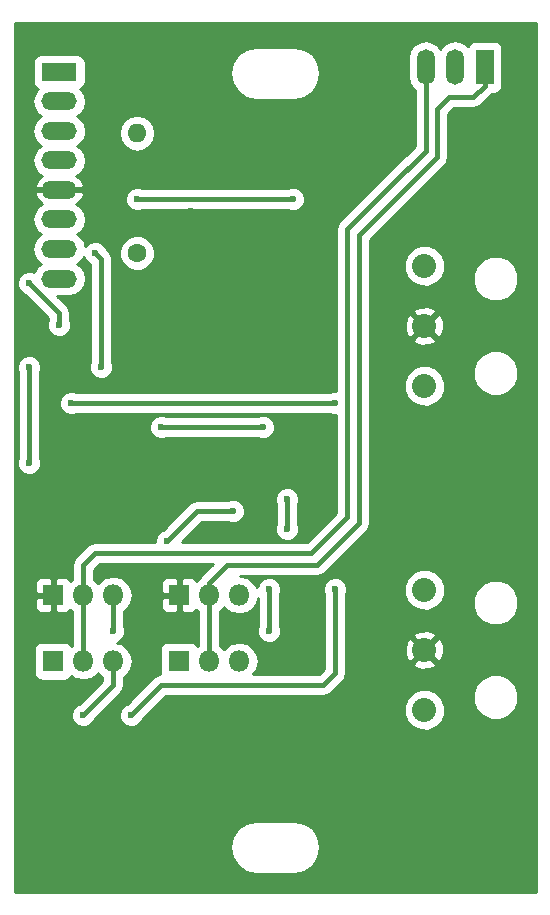
<source format=gbr>
G04 #@! TF.FileFunction,Copper,L2,Bot,Signal*
%FSLAX46Y46*%
G04 Gerber Fmt 4.6, Leading zero omitted, Abs format (unit mm)*
G04 Created by KiCad (PCBNEW 4.0.7) date 07/24/18 05:59:49*
%MOMM*%
%LPD*%
G01*
G04 APERTURE LIST*
%ADD10C,0.100000*%
%ADD11R,3.000000X1.500000*%
%ADD12O,3.000000X1.500000*%
%ADD13R,1.500000X3.000000*%
%ADD14O,1.500000X3.000000*%
%ADD15R,1.800000X1.800000*%
%ADD16O,1.800000X1.800000*%
%ADD17C,1.600000*%
%ADD18O,1.600000X1.600000*%
%ADD19C,2.032000*%
%ADD20C,0.600000*%
%ADD21C,0.400000*%
%ADD22C,0.254000*%
G04 APERTURE END LIST*
D10*
D11*
X126492000Y-61862000D03*
D12*
X126492000Y-64362000D03*
X126492000Y-66862000D03*
X126492000Y-69362000D03*
X126492000Y-71862000D03*
X126492000Y-74362000D03*
X126492000Y-76862000D03*
X126492000Y-79362000D03*
D13*
X162520000Y-61468000D03*
D14*
X160020000Y-61468000D03*
X157520000Y-61468000D03*
D15*
X125984000Y-106172000D03*
D16*
X128524000Y-106172000D03*
X131064000Y-106172000D03*
D15*
X125984000Y-111760000D03*
D16*
X128524000Y-111760000D03*
X131064000Y-111760000D03*
D15*
X136652000Y-111760000D03*
D16*
X139192000Y-111760000D03*
X141732000Y-111760000D03*
D15*
X136652000Y-106172000D03*
D16*
X139192000Y-106172000D03*
X141732000Y-106172000D03*
D17*
X133096000Y-77216000D03*
D18*
X133096000Y-67056000D03*
D19*
X157416500Y-105727500D03*
X157416500Y-115887500D03*
X157416500Y-110807500D03*
X157416500Y-78295500D03*
X157416500Y-88455500D03*
X157416500Y-83375500D03*
D20*
X123952000Y-94996000D03*
X123952000Y-86868000D03*
X137668000Y-73660000D03*
X137668000Y-79248000D03*
X135128000Y-91948000D03*
X143764000Y-91948000D03*
X130048000Y-86868000D03*
X129540000Y-77216000D03*
X149860000Y-89916000D03*
X127508000Y-89916000D03*
X126492000Y-83312000D03*
X123952000Y-79756000D03*
X141224000Y-99060000D03*
X135636000Y-101600000D03*
X144272000Y-109220000D03*
X144272000Y-105664000D03*
X145796000Y-100584000D03*
X145796000Y-98044000D03*
X146304000Y-72644000D03*
X133096000Y-72644000D03*
X131064000Y-109220000D03*
X149860000Y-105664000D03*
X132588000Y-116332000D03*
X128524000Y-116332000D03*
D21*
X123952000Y-86868000D02*
X123952000Y-94996000D01*
X137668000Y-79248000D02*
X137668000Y-73660000D01*
X135128000Y-91948000D02*
X143764000Y-91948000D01*
X130048000Y-77724000D02*
X130048000Y-86868000D01*
X129540000Y-77216000D02*
X130048000Y-77724000D01*
X127508000Y-89916000D02*
X149860000Y-89916000D01*
X126492000Y-82296000D02*
X126492000Y-83312000D01*
X123952000Y-79756000D02*
X126492000Y-82296000D01*
X138176000Y-99060000D02*
X141224000Y-99060000D01*
X135636000Y-101600000D02*
X138176000Y-99060000D01*
X144272000Y-105664000D02*
X144272000Y-109220000D01*
X145796000Y-98044000D02*
X145796000Y-100584000D01*
X133096000Y-72644000D02*
X146304000Y-72644000D01*
X158496000Y-69088000D02*
X158496000Y-65024000D01*
X162520000Y-63032000D02*
X162520000Y-61468000D01*
X161544000Y-64008000D02*
X162520000Y-63032000D01*
X159512000Y-64008000D02*
X161544000Y-64008000D01*
X158496000Y-65024000D02*
X159512000Y-64008000D01*
X147828000Y-103632000D02*
X148336000Y-103632000D01*
X151892000Y-100076000D02*
X151892000Y-99568000D01*
X148336000Y-103632000D02*
X151892000Y-100076000D01*
X151892000Y-75692000D02*
X155448000Y-72136000D01*
X151892000Y-99568000D02*
X151892000Y-75692000D01*
X139192000Y-106172000D02*
X139192000Y-105156000D01*
X155448000Y-72136000D02*
X158496000Y-69088000D01*
X140716000Y-103632000D02*
X147828000Y-103632000D01*
X139192000Y-105156000D02*
X140716000Y-103632000D01*
X139192000Y-111760000D02*
X139192000Y-106172000D01*
X147828000Y-102616000D02*
X150876000Y-99568000D01*
X150876000Y-75184000D02*
X154432000Y-71628000D01*
X150876000Y-99568000D02*
X150876000Y-75184000D01*
X128524000Y-106172000D02*
X128524000Y-103632000D01*
X157520000Y-68540000D02*
X157520000Y-61468000D01*
X154432000Y-71628000D02*
X157520000Y-68540000D01*
X129540000Y-102616000D02*
X147828000Y-102616000D01*
X128524000Y-103632000D02*
X129540000Y-102616000D01*
X128524000Y-111760000D02*
X128524000Y-106172000D01*
X131064000Y-109220000D02*
X131064000Y-106172000D01*
X146812000Y-113792000D02*
X148844000Y-113792000D01*
X149860000Y-112776000D02*
X149860000Y-105664000D01*
X148844000Y-113792000D02*
X149860000Y-112776000D01*
X145288000Y-113792000D02*
X146812000Y-113792000D01*
X143256000Y-113792000D02*
X145288000Y-113792000D01*
X135128000Y-113792000D02*
X132588000Y-116332000D01*
X143256000Y-113792000D02*
X135128000Y-113792000D01*
X131064000Y-111760000D02*
X131064000Y-113792000D01*
X131064000Y-113792000D02*
X128524000Y-116332000D01*
D22*
G36*
X166838000Y-131278000D02*
X122722000Y-131278000D01*
X122722000Y-127508000D01*
X140944808Y-127508000D01*
X141116155Y-128369420D01*
X141604111Y-129099697D01*
X142334388Y-129587653D01*
X143195808Y-129759000D01*
X146364192Y-129759000D01*
X147225612Y-129587653D01*
X147955889Y-129099697D01*
X148443845Y-128369420D01*
X148615192Y-127508000D01*
X148443845Y-126646580D01*
X147955889Y-125916303D01*
X147225612Y-125428347D01*
X146364192Y-125257000D01*
X143195808Y-125257000D01*
X142334388Y-125428347D01*
X141604111Y-125916303D01*
X141116155Y-126646580D01*
X140944808Y-127508000D01*
X122722000Y-127508000D01*
X122722000Y-110860000D01*
X124342758Y-110860000D01*
X124342758Y-112660000D01*
X124393451Y-112929410D01*
X124552672Y-113176846D01*
X124795615Y-113342843D01*
X125084000Y-113401242D01*
X126884000Y-113401242D01*
X127153410Y-113350549D01*
X127400846Y-113191328D01*
X127514050Y-113025649D01*
X127869499Y-113263152D01*
X128492125Y-113387000D01*
X128555875Y-113387000D01*
X129178501Y-113263152D01*
X129706338Y-112910463D01*
X129794000Y-112779267D01*
X129881662Y-112910463D01*
X130137000Y-113081074D01*
X130137000Y-113408024D01*
X128183582Y-115361442D01*
X127943011Y-115460844D01*
X127653860Y-115749492D01*
X127497179Y-116126821D01*
X127496822Y-116535387D01*
X127652844Y-116912989D01*
X127941492Y-117202140D01*
X128318821Y-117358821D01*
X128727387Y-117359178D01*
X129104989Y-117203156D01*
X129394140Y-116914508D01*
X129494741Y-116672235D01*
X131719488Y-114447488D01*
X131745208Y-114408995D01*
X131920436Y-114146748D01*
X131991000Y-113792000D01*
X131991000Y-113081074D01*
X132246338Y-112910463D01*
X132599027Y-112382626D01*
X132722875Y-111760000D01*
X132599027Y-111137374D01*
X132246338Y-110609537D01*
X131718501Y-110256848D01*
X131398185Y-110193133D01*
X131644989Y-110091156D01*
X131934140Y-109802508D01*
X132090821Y-109425179D01*
X132091178Y-109016613D01*
X131991000Y-108774164D01*
X131991000Y-107493074D01*
X132246338Y-107322463D01*
X132599027Y-106794626D01*
X132666035Y-106457750D01*
X135117000Y-106457750D01*
X135117000Y-107198310D01*
X135213673Y-107431699D01*
X135392302Y-107610327D01*
X135625691Y-107707000D01*
X136366250Y-107707000D01*
X136525000Y-107548250D01*
X136525000Y-106299000D01*
X135275750Y-106299000D01*
X135117000Y-106457750D01*
X132666035Y-106457750D01*
X132722875Y-106172000D01*
X132599027Y-105549374D01*
X132329295Y-105145690D01*
X135117000Y-105145690D01*
X135117000Y-105886250D01*
X135275750Y-106045000D01*
X136525000Y-106045000D01*
X136525000Y-104795750D01*
X136366250Y-104637000D01*
X135625691Y-104637000D01*
X135392302Y-104733673D01*
X135213673Y-104912301D01*
X135117000Y-105145690D01*
X132329295Y-105145690D01*
X132246338Y-105021537D01*
X131718501Y-104668848D01*
X131095875Y-104545000D01*
X131032125Y-104545000D01*
X130409499Y-104668848D01*
X129881662Y-105021537D01*
X129794000Y-105152733D01*
X129706338Y-105021537D01*
X129451000Y-104850926D01*
X129451000Y-104015976D01*
X129923976Y-103543000D01*
X139494024Y-103543000D01*
X138536512Y-104500512D01*
X138335564Y-104801252D01*
X138334985Y-104804163D01*
X138108280Y-104955643D01*
X138090327Y-104912301D01*
X137911698Y-104733673D01*
X137678309Y-104637000D01*
X136937750Y-104637000D01*
X136779000Y-104795750D01*
X136779000Y-106045000D01*
X136799000Y-106045000D01*
X136799000Y-106299000D01*
X136779000Y-106299000D01*
X136779000Y-107548250D01*
X136937750Y-107707000D01*
X137678309Y-107707000D01*
X137911698Y-107610327D01*
X138090327Y-107431699D01*
X138108280Y-107388357D01*
X138265000Y-107493074D01*
X138265000Y-110438926D01*
X138181051Y-110495019D01*
X138083328Y-110343154D01*
X137840385Y-110177157D01*
X137552000Y-110118758D01*
X135752000Y-110118758D01*
X135482590Y-110169451D01*
X135235154Y-110328672D01*
X135069157Y-110571615D01*
X135010758Y-110860000D01*
X135010758Y-112660000D01*
X135052170Y-112880084D01*
X134773252Y-112935564D01*
X134481140Y-113130747D01*
X134472512Y-113136512D01*
X132247582Y-115361442D01*
X132007011Y-115460844D01*
X131717860Y-115749492D01*
X131561179Y-116126821D01*
X131560822Y-116535387D01*
X131716844Y-116912989D01*
X132005492Y-117202140D01*
X132382821Y-117358821D01*
X132791387Y-117359178D01*
X133168989Y-117203156D01*
X133458140Y-116914508D01*
X133558741Y-116672235D01*
X133998293Y-116232683D01*
X155673198Y-116232683D01*
X155937995Y-116873540D01*
X156427881Y-117364282D01*
X157068275Y-117630196D01*
X157761683Y-117630802D01*
X158402540Y-117366005D01*
X158893282Y-116876119D01*
X159159196Y-116235725D01*
X159159802Y-115542317D01*
X159014072Y-115189622D01*
X161521666Y-115189622D01*
X161814416Y-115898132D01*
X162356017Y-116440678D01*
X163064014Y-116734665D01*
X163830622Y-116735334D01*
X164539132Y-116442584D01*
X165081678Y-115900983D01*
X165375665Y-115192986D01*
X165376334Y-114426378D01*
X165083584Y-113717868D01*
X164541983Y-113175322D01*
X163833986Y-112881335D01*
X163067378Y-112880666D01*
X162358868Y-113173416D01*
X161816322Y-113715017D01*
X161522335Y-114423014D01*
X161521666Y-115189622D01*
X159014072Y-115189622D01*
X158895005Y-114901460D01*
X158405119Y-114410718D01*
X157764725Y-114144804D01*
X157071317Y-114144198D01*
X156430460Y-114408995D01*
X155939718Y-114898881D01*
X155673804Y-115539275D01*
X155673198Y-116232683D01*
X133998293Y-116232683D01*
X135511976Y-114719000D01*
X148844000Y-114719000D01*
X149198748Y-114648436D01*
X149499488Y-114447488D01*
X150515488Y-113431488D01*
X150569570Y-113350549D01*
X150716436Y-113130748D01*
X150787000Y-112776000D01*
X150787000Y-111971607D01*
X156431998Y-111971607D01*
X156532620Y-112240122D01*
X157148142Y-112469316D01*
X157804519Y-112445514D01*
X158300380Y-112240122D01*
X158401002Y-111971607D01*
X157416500Y-110987105D01*
X156431998Y-111971607D01*
X150787000Y-111971607D01*
X150787000Y-110539142D01*
X155754684Y-110539142D01*
X155778486Y-111195519D01*
X155983878Y-111691380D01*
X156252393Y-111792002D01*
X157236895Y-110807500D01*
X157596105Y-110807500D01*
X158580607Y-111792002D01*
X158849122Y-111691380D01*
X159078316Y-111075858D01*
X159054514Y-110419481D01*
X158849122Y-109923620D01*
X158580607Y-109822998D01*
X157596105Y-110807500D01*
X157236895Y-110807500D01*
X156252393Y-109822998D01*
X155983878Y-109923620D01*
X155754684Y-110539142D01*
X150787000Y-110539142D01*
X150787000Y-109643393D01*
X156431998Y-109643393D01*
X157416500Y-110627895D01*
X158401002Y-109643393D01*
X158300380Y-109374878D01*
X157684858Y-109145684D01*
X157028481Y-109169486D01*
X156532620Y-109374878D01*
X156431998Y-109643393D01*
X150787000Y-109643393D01*
X150787000Y-106109574D01*
X150802318Y-106072683D01*
X155673198Y-106072683D01*
X155937995Y-106713540D01*
X156427881Y-107204282D01*
X157068275Y-107470196D01*
X157761683Y-107470802D01*
X158402540Y-107206005D01*
X158419953Y-107188622D01*
X161521666Y-107188622D01*
X161814416Y-107897132D01*
X162356017Y-108439678D01*
X163064014Y-108733665D01*
X163830622Y-108734334D01*
X164539132Y-108441584D01*
X165081678Y-107899983D01*
X165375665Y-107191986D01*
X165376334Y-106425378D01*
X165083584Y-105716868D01*
X164541983Y-105174322D01*
X163833986Y-104880335D01*
X163067378Y-104879666D01*
X162358868Y-105172416D01*
X161816322Y-105714017D01*
X161522335Y-106422014D01*
X161521666Y-107188622D01*
X158419953Y-107188622D01*
X158893282Y-106716119D01*
X159159196Y-106075725D01*
X159159802Y-105382317D01*
X158895005Y-104741460D01*
X158405119Y-104250718D01*
X157764725Y-103984804D01*
X157071317Y-103984198D01*
X156430460Y-104248995D01*
X155939718Y-104738881D01*
X155673804Y-105379275D01*
X155673198Y-106072683D01*
X150802318Y-106072683D01*
X150886821Y-105869179D01*
X150887178Y-105460613D01*
X150731156Y-105083011D01*
X150442508Y-104793860D01*
X150065179Y-104637179D01*
X149656613Y-104636822D01*
X149279011Y-104792844D01*
X148989860Y-105081492D01*
X148833179Y-105458821D01*
X148832822Y-105867387D01*
X148933000Y-106109836D01*
X148933000Y-112392024D01*
X148460024Y-112865000D01*
X142944715Y-112865000D01*
X143267027Y-112382626D01*
X143390875Y-111760000D01*
X143267027Y-111137374D01*
X142914338Y-110609537D01*
X142386501Y-110256848D01*
X141763875Y-110133000D01*
X141700125Y-110133000D01*
X141077499Y-110256848D01*
X140549662Y-110609537D01*
X140462000Y-110740733D01*
X140374338Y-110609537D01*
X140119000Y-110438926D01*
X140119000Y-107493074D01*
X140374338Y-107322463D01*
X140462000Y-107191267D01*
X140549662Y-107322463D01*
X141077499Y-107675152D01*
X141700125Y-107799000D01*
X141763875Y-107799000D01*
X142386501Y-107675152D01*
X142914338Y-107322463D01*
X143267027Y-106794626D01*
X143345000Y-106402629D01*
X143345000Y-108774426D01*
X143245179Y-109014821D01*
X143244822Y-109423387D01*
X143400844Y-109800989D01*
X143689492Y-110090140D01*
X144066821Y-110246821D01*
X144475387Y-110247178D01*
X144852989Y-110091156D01*
X145142140Y-109802508D01*
X145298821Y-109425179D01*
X145299178Y-109016613D01*
X145199000Y-108774164D01*
X145199000Y-106109574D01*
X145298821Y-105869179D01*
X145299178Y-105460613D01*
X145143156Y-105083011D01*
X144854508Y-104793860D01*
X144477179Y-104637179D01*
X144068613Y-104636822D01*
X143691011Y-104792844D01*
X143401860Y-105081492D01*
X143245179Y-105458821D01*
X143245129Y-105516601D01*
X142914338Y-105021537D01*
X142386501Y-104668848D01*
X141834258Y-104559000D01*
X148336000Y-104559000D01*
X148690748Y-104488436D01*
X148991488Y-104287488D01*
X152547488Y-100731488D01*
X152646036Y-100584000D01*
X152748436Y-100430748D01*
X152819000Y-100076000D01*
X152819000Y-88800683D01*
X155673198Y-88800683D01*
X155937995Y-89441540D01*
X156427881Y-89932282D01*
X157068275Y-90198196D01*
X157761683Y-90198802D01*
X158402540Y-89934005D01*
X158893282Y-89444119D01*
X159159196Y-88803725D01*
X159159802Y-88110317D01*
X159014072Y-87757622D01*
X161521666Y-87757622D01*
X161814416Y-88466132D01*
X162356017Y-89008678D01*
X163064014Y-89302665D01*
X163830622Y-89303334D01*
X164539132Y-89010584D01*
X165081678Y-88468983D01*
X165375665Y-87760986D01*
X165376334Y-86994378D01*
X165083584Y-86285868D01*
X164541983Y-85743322D01*
X163833986Y-85449335D01*
X163067378Y-85448666D01*
X162358868Y-85741416D01*
X161816322Y-86283017D01*
X161522335Y-86991014D01*
X161521666Y-87757622D01*
X159014072Y-87757622D01*
X158895005Y-87469460D01*
X158405119Y-86978718D01*
X157764725Y-86712804D01*
X157071317Y-86712198D01*
X156430460Y-86976995D01*
X155939718Y-87466881D01*
X155673804Y-88107275D01*
X155673198Y-88800683D01*
X152819000Y-88800683D01*
X152819000Y-84539607D01*
X156431998Y-84539607D01*
X156532620Y-84808122D01*
X157148142Y-85037316D01*
X157804519Y-85013514D01*
X158300380Y-84808122D01*
X158401002Y-84539607D01*
X157416500Y-83555105D01*
X156431998Y-84539607D01*
X152819000Y-84539607D01*
X152819000Y-83107142D01*
X155754684Y-83107142D01*
X155778486Y-83763519D01*
X155983878Y-84259380D01*
X156252393Y-84360002D01*
X157236895Y-83375500D01*
X157596105Y-83375500D01*
X158580607Y-84360002D01*
X158849122Y-84259380D01*
X159078316Y-83643858D01*
X159054514Y-82987481D01*
X158849122Y-82491620D01*
X158580607Y-82390998D01*
X157596105Y-83375500D01*
X157236895Y-83375500D01*
X156252393Y-82390998D01*
X155983878Y-82491620D01*
X155754684Y-83107142D01*
X152819000Y-83107142D01*
X152819000Y-82211393D01*
X156431998Y-82211393D01*
X157416500Y-83195895D01*
X158401002Y-82211393D01*
X158300380Y-81942878D01*
X157684858Y-81713684D01*
X157028481Y-81737486D01*
X156532620Y-81942878D01*
X156431998Y-82211393D01*
X152819000Y-82211393D01*
X152819000Y-78640683D01*
X155673198Y-78640683D01*
X155937995Y-79281540D01*
X156427881Y-79772282D01*
X157068275Y-80038196D01*
X157761683Y-80038802D01*
X158402540Y-79774005D01*
X158419953Y-79756622D01*
X161521666Y-79756622D01*
X161814416Y-80465132D01*
X162356017Y-81007678D01*
X163064014Y-81301665D01*
X163830622Y-81302334D01*
X164539132Y-81009584D01*
X165081678Y-80467983D01*
X165375665Y-79759986D01*
X165376334Y-78993378D01*
X165083584Y-78284868D01*
X164541983Y-77742322D01*
X163833986Y-77448335D01*
X163067378Y-77447666D01*
X162358868Y-77740416D01*
X161816322Y-78282017D01*
X161522335Y-78990014D01*
X161521666Y-79756622D01*
X158419953Y-79756622D01*
X158893282Y-79284119D01*
X159159196Y-78643725D01*
X159159802Y-77950317D01*
X158895005Y-77309460D01*
X158405119Y-76818718D01*
X157764725Y-76552804D01*
X157071317Y-76552198D01*
X156430460Y-76816995D01*
X155939718Y-77306881D01*
X155673804Y-77947275D01*
X155673198Y-78640683D01*
X152819000Y-78640683D01*
X152819000Y-76075976D01*
X159151488Y-69743488D01*
X159336231Y-69467000D01*
X159352436Y-69442748D01*
X159423000Y-69088000D01*
X159423000Y-65407976D01*
X159895976Y-64935000D01*
X161544000Y-64935000D01*
X161898748Y-64864436D01*
X162199488Y-64663488D01*
X163153734Y-63709242D01*
X163270000Y-63709242D01*
X163539410Y-63658549D01*
X163786846Y-63499328D01*
X163952843Y-63256385D01*
X164011242Y-62968000D01*
X164011242Y-59968000D01*
X163960549Y-59698590D01*
X163801328Y-59451154D01*
X163558385Y-59285157D01*
X163270000Y-59226758D01*
X161770000Y-59226758D01*
X161500590Y-59277451D01*
X161253154Y-59436672D01*
X161092420Y-59671912D01*
X161064397Y-59629973D01*
X160585223Y-59309800D01*
X160020000Y-59197370D01*
X159454777Y-59309800D01*
X158975603Y-59629973D01*
X158770000Y-59937680D01*
X158564397Y-59629973D01*
X158085223Y-59309800D01*
X157520000Y-59197370D01*
X156954777Y-59309800D01*
X156475603Y-59629973D01*
X156155430Y-60109147D01*
X156043000Y-60674370D01*
X156043000Y-62261630D01*
X156155430Y-62826853D01*
X156475603Y-63306027D01*
X156593000Y-63384469D01*
X156593000Y-68156024D01*
X150220512Y-74528512D01*
X150019564Y-74829252D01*
X149949000Y-75184000D01*
X149949000Y-88889077D01*
X149656613Y-88888822D01*
X149414164Y-88989000D01*
X127953574Y-88989000D01*
X127713179Y-88889179D01*
X127304613Y-88888822D01*
X126927011Y-89044844D01*
X126637860Y-89333492D01*
X126481179Y-89710821D01*
X126480822Y-90119387D01*
X126636844Y-90496989D01*
X126925492Y-90786140D01*
X127302821Y-90942821D01*
X127711387Y-90943178D01*
X127953836Y-90843000D01*
X149414426Y-90843000D01*
X149654821Y-90942821D01*
X149949000Y-90943078D01*
X149949000Y-99184024D01*
X147444024Y-101689000D01*
X136857976Y-101689000D01*
X138559976Y-99987000D01*
X140778426Y-99987000D01*
X141018821Y-100086821D01*
X141427387Y-100087178D01*
X141804989Y-99931156D01*
X142094140Y-99642508D01*
X142250821Y-99265179D01*
X142251178Y-98856613D01*
X142095156Y-98479011D01*
X141863935Y-98247387D01*
X144768822Y-98247387D01*
X144869000Y-98489836D01*
X144869000Y-100138426D01*
X144769179Y-100378821D01*
X144768822Y-100787387D01*
X144924844Y-101164989D01*
X145213492Y-101454140D01*
X145590821Y-101610821D01*
X145999387Y-101611178D01*
X146376989Y-101455156D01*
X146666140Y-101166508D01*
X146822821Y-100789179D01*
X146823178Y-100380613D01*
X146723000Y-100138164D01*
X146723000Y-98489574D01*
X146822821Y-98249179D01*
X146823178Y-97840613D01*
X146667156Y-97463011D01*
X146378508Y-97173860D01*
X146001179Y-97017179D01*
X145592613Y-97016822D01*
X145215011Y-97172844D01*
X144925860Y-97461492D01*
X144769179Y-97838821D01*
X144768822Y-98247387D01*
X141863935Y-98247387D01*
X141806508Y-98189860D01*
X141429179Y-98033179D01*
X141020613Y-98032822D01*
X140778164Y-98133000D01*
X138176000Y-98133000D01*
X137821252Y-98203564D01*
X137520512Y-98404512D01*
X135295582Y-100629442D01*
X135055011Y-100728844D01*
X134765860Y-101017492D01*
X134609179Y-101394821D01*
X134608922Y-101689000D01*
X129540000Y-101689000D01*
X129185252Y-101759564D01*
X128893140Y-101954747D01*
X128884512Y-101960512D01*
X127868512Y-102976512D01*
X127667564Y-103277252D01*
X127597000Y-103632000D01*
X127597000Y-104850926D01*
X127440280Y-104955643D01*
X127422327Y-104912301D01*
X127243698Y-104733673D01*
X127010309Y-104637000D01*
X126269750Y-104637000D01*
X126111000Y-104795750D01*
X126111000Y-106045000D01*
X126131000Y-106045000D01*
X126131000Y-106299000D01*
X126111000Y-106299000D01*
X126111000Y-107548250D01*
X126269750Y-107707000D01*
X127010309Y-107707000D01*
X127243698Y-107610327D01*
X127422327Y-107431699D01*
X127440280Y-107388357D01*
X127597000Y-107493074D01*
X127597000Y-110438926D01*
X127513051Y-110495019D01*
X127415328Y-110343154D01*
X127172385Y-110177157D01*
X126884000Y-110118758D01*
X125084000Y-110118758D01*
X124814590Y-110169451D01*
X124567154Y-110328672D01*
X124401157Y-110571615D01*
X124342758Y-110860000D01*
X122722000Y-110860000D01*
X122722000Y-106457750D01*
X124449000Y-106457750D01*
X124449000Y-107198310D01*
X124545673Y-107431699D01*
X124724302Y-107610327D01*
X124957691Y-107707000D01*
X125698250Y-107707000D01*
X125857000Y-107548250D01*
X125857000Y-106299000D01*
X124607750Y-106299000D01*
X124449000Y-106457750D01*
X122722000Y-106457750D01*
X122722000Y-105145690D01*
X124449000Y-105145690D01*
X124449000Y-105886250D01*
X124607750Y-106045000D01*
X125857000Y-106045000D01*
X125857000Y-104795750D01*
X125698250Y-104637000D01*
X124957691Y-104637000D01*
X124724302Y-104733673D01*
X124545673Y-104912301D01*
X124449000Y-105145690D01*
X122722000Y-105145690D01*
X122722000Y-87071387D01*
X122924822Y-87071387D01*
X123025000Y-87313836D01*
X123025000Y-94550426D01*
X122925179Y-94790821D01*
X122924822Y-95199387D01*
X123080844Y-95576989D01*
X123369492Y-95866140D01*
X123746821Y-96022821D01*
X124155387Y-96023178D01*
X124532989Y-95867156D01*
X124822140Y-95578508D01*
X124978821Y-95201179D01*
X124979178Y-94792613D01*
X124879000Y-94550164D01*
X124879000Y-92151387D01*
X134100822Y-92151387D01*
X134256844Y-92528989D01*
X134545492Y-92818140D01*
X134922821Y-92974821D01*
X135331387Y-92975178D01*
X135573836Y-92875000D01*
X143318426Y-92875000D01*
X143558821Y-92974821D01*
X143967387Y-92975178D01*
X144344989Y-92819156D01*
X144634140Y-92530508D01*
X144790821Y-92153179D01*
X144791178Y-91744613D01*
X144635156Y-91367011D01*
X144346508Y-91077860D01*
X143969179Y-90921179D01*
X143560613Y-90920822D01*
X143318164Y-91021000D01*
X135573574Y-91021000D01*
X135333179Y-90921179D01*
X134924613Y-90920822D01*
X134547011Y-91076844D01*
X134257860Y-91365492D01*
X134101179Y-91742821D01*
X134100822Y-92151387D01*
X124879000Y-92151387D01*
X124879000Y-87313574D01*
X124978821Y-87073179D01*
X124979178Y-86664613D01*
X124823156Y-86287011D01*
X124534508Y-85997860D01*
X124157179Y-85841179D01*
X123748613Y-85840822D01*
X123371011Y-85996844D01*
X123081860Y-86285492D01*
X122925179Y-86662821D01*
X122924822Y-87071387D01*
X122722000Y-87071387D01*
X122722000Y-79959387D01*
X122924822Y-79959387D01*
X123080844Y-80336989D01*
X123369492Y-80626140D01*
X123611765Y-80726741D01*
X125565000Y-82679976D01*
X125565000Y-82866426D01*
X125465179Y-83106821D01*
X125464822Y-83515387D01*
X125620844Y-83892989D01*
X125909492Y-84182140D01*
X126286821Y-84338821D01*
X126695387Y-84339178D01*
X127072989Y-84183156D01*
X127362140Y-83894508D01*
X127518821Y-83517179D01*
X127519178Y-83108613D01*
X127419000Y-82866164D01*
X127419000Y-82296000D01*
X127348436Y-81941252D01*
X127147488Y-81640512D01*
X126345976Y-80839000D01*
X127285630Y-80839000D01*
X127850853Y-80726570D01*
X128330027Y-80406397D01*
X128650200Y-79927223D01*
X128762630Y-79362000D01*
X128650200Y-78796777D01*
X128330027Y-78317603D01*
X128022320Y-78112000D01*
X128330027Y-77906397D01*
X128567315Y-77551270D01*
X128668844Y-77796989D01*
X128957492Y-78086140D01*
X129121000Y-78154035D01*
X129121000Y-86422426D01*
X129021179Y-86662821D01*
X129020822Y-87071387D01*
X129176844Y-87448989D01*
X129465492Y-87738140D01*
X129842821Y-87894821D01*
X130251387Y-87895178D01*
X130628989Y-87739156D01*
X130918140Y-87450508D01*
X131074821Y-87073179D01*
X131075178Y-86664613D01*
X130975000Y-86422164D01*
X130975000Y-77724000D01*
X130934105Y-77518407D01*
X131568735Y-77518407D01*
X131800717Y-78079846D01*
X132229894Y-78509773D01*
X132790928Y-78742735D01*
X133398407Y-78743265D01*
X133959846Y-78511283D01*
X134389773Y-78082106D01*
X134622735Y-77521072D01*
X134623265Y-76913593D01*
X134391283Y-76352154D01*
X133962106Y-75922227D01*
X133401072Y-75689265D01*
X132793593Y-75688735D01*
X132232154Y-75920717D01*
X131802227Y-76349894D01*
X131569265Y-76910928D01*
X131568735Y-77518407D01*
X130934105Y-77518407D01*
X130904436Y-77369252D01*
X130703488Y-77068512D01*
X130510558Y-76875582D01*
X130411156Y-76635011D01*
X130122508Y-76345860D01*
X129745179Y-76189179D01*
X129336613Y-76188822D01*
X128959011Y-76344844D01*
X128709338Y-76594083D01*
X128650200Y-76296777D01*
X128330027Y-75817603D01*
X128022320Y-75612000D01*
X128330027Y-75406397D01*
X128650200Y-74927223D01*
X128762630Y-74362000D01*
X128650200Y-73796777D01*
X128330027Y-73317603D01*
X127936600Y-73054724D01*
X128192738Y-72847387D01*
X132068822Y-72847387D01*
X132224844Y-73224989D01*
X132513492Y-73514140D01*
X132890821Y-73670821D01*
X133299387Y-73671178D01*
X133541836Y-73571000D01*
X145858426Y-73571000D01*
X146098821Y-73670821D01*
X146507387Y-73671178D01*
X146884989Y-73515156D01*
X147174140Y-73226508D01*
X147330821Y-72849179D01*
X147331178Y-72440613D01*
X147175156Y-72063011D01*
X146886508Y-71773860D01*
X146509179Y-71617179D01*
X146100613Y-71616822D01*
X145858164Y-71717000D01*
X133541574Y-71717000D01*
X133301179Y-71617179D01*
X132892613Y-71616822D01*
X132515011Y-71772844D01*
X132225860Y-72061492D01*
X132069179Y-72438821D01*
X132068822Y-72847387D01*
X128192738Y-72847387D01*
X128311145Y-72751540D01*
X128570173Y-72274684D01*
X128584318Y-72203185D01*
X128461656Y-71989000D01*
X126619000Y-71989000D01*
X126619000Y-72009000D01*
X126365000Y-72009000D01*
X126365000Y-71989000D01*
X124522344Y-71989000D01*
X124399682Y-72203185D01*
X124413827Y-72274684D01*
X124672855Y-72751540D01*
X125047400Y-73054724D01*
X124653973Y-73317603D01*
X124333800Y-73796777D01*
X124221370Y-74362000D01*
X124333800Y-74927223D01*
X124653973Y-75406397D01*
X124961680Y-75612000D01*
X124653973Y-75817603D01*
X124333800Y-76296777D01*
X124221370Y-76862000D01*
X124333800Y-77427223D01*
X124653973Y-77906397D01*
X124961680Y-78112000D01*
X124653973Y-78317603D01*
X124333800Y-78796777D01*
X124332745Y-78802081D01*
X124157179Y-78729179D01*
X123748613Y-78728822D01*
X123371011Y-78884844D01*
X123081860Y-79173492D01*
X122925179Y-79550821D01*
X122924822Y-79959387D01*
X122722000Y-79959387D01*
X122722000Y-64362000D01*
X124221370Y-64362000D01*
X124333800Y-64927223D01*
X124653973Y-65406397D01*
X124961680Y-65612000D01*
X124653973Y-65817603D01*
X124333800Y-66296777D01*
X124221370Y-66862000D01*
X124333800Y-67427223D01*
X124653973Y-67906397D01*
X124961680Y-68112000D01*
X124653973Y-68317603D01*
X124333800Y-68796777D01*
X124221370Y-69362000D01*
X124333800Y-69927223D01*
X124653973Y-70406397D01*
X125047400Y-70669276D01*
X124672855Y-70972460D01*
X124413827Y-71449316D01*
X124399682Y-71520815D01*
X124522344Y-71735000D01*
X126365000Y-71735000D01*
X126365000Y-71715000D01*
X126619000Y-71715000D01*
X126619000Y-71735000D01*
X128461656Y-71735000D01*
X128584318Y-71520815D01*
X128570173Y-71449316D01*
X128311145Y-70972460D01*
X127936600Y-70669276D01*
X128330027Y-70406397D01*
X128650200Y-69927223D01*
X128762630Y-69362000D01*
X128650200Y-68796777D01*
X128330027Y-68317603D01*
X128022320Y-68112000D01*
X128330027Y-67906397D01*
X128650200Y-67427223D01*
X128729991Y-67026084D01*
X131569000Y-67026084D01*
X131569000Y-67085916D01*
X131685236Y-67670274D01*
X132016248Y-68165668D01*
X132511642Y-68496680D01*
X133096000Y-68612916D01*
X133680358Y-68496680D01*
X134175752Y-68165668D01*
X134506764Y-67670274D01*
X134623000Y-67085916D01*
X134623000Y-67026084D01*
X134506764Y-66441726D01*
X134175752Y-65946332D01*
X133680358Y-65615320D01*
X133096000Y-65499084D01*
X132511642Y-65615320D01*
X132016248Y-65946332D01*
X131685236Y-66441726D01*
X131569000Y-67026084D01*
X128729991Y-67026084D01*
X128762630Y-66862000D01*
X128650200Y-66296777D01*
X128330027Y-65817603D01*
X128022320Y-65612000D01*
X128330027Y-65406397D01*
X128650200Y-64927223D01*
X128762630Y-64362000D01*
X128650200Y-63796777D01*
X128330027Y-63317603D01*
X128284887Y-63287442D01*
X128508846Y-63143328D01*
X128674843Y-62900385D01*
X128733242Y-62612000D01*
X128733242Y-61976000D01*
X140944808Y-61976000D01*
X141116155Y-62837420D01*
X141604111Y-63567697D01*
X142334388Y-64055653D01*
X143195808Y-64227000D01*
X146364192Y-64227000D01*
X147225612Y-64055653D01*
X147955889Y-63567697D01*
X148443845Y-62837420D01*
X148615192Y-61976000D01*
X148443845Y-61114580D01*
X147955889Y-60384303D01*
X147225612Y-59896347D01*
X146364192Y-59725000D01*
X143195808Y-59725000D01*
X142334388Y-59896347D01*
X141604111Y-60384303D01*
X141116155Y-61114580D01*
X140944808Y-61976000D01*
X128733242Y-61976000D01*
X128733242Y-61112000D01*
X128682549Y-60842590D01*
X128523328Y-60595154D01*
X128280385Y-60429157D01*
X127992000Y-60370758D01*
X124992000Y-60370758D01*
X124722590Y-60421451D01*
X124475154Y-60580672D01*
X124309157Y-60823615D01*
X124250758Y-61112000D01*
X124250758Y-62612000D01*
X124301451Y-62881410D01*
X124460672Y-63128846D01*
X124695912Y-63289580D01*
X124653973Y-63317603D01*
X124333800Y-63796777D01*
X124221370Y-64362000D01*
X122722000Y-64362000D01*
X122722000Y-57698000D01*
X166838000Y-57698000D01*
X166838000Y-131278000D01*
X166838000Y-131278000D01*
G37*
X166838000Y-131278000D02*
X122722000Y-131278000D01*
X122722000Y-127508000D01*
X140944808Y-127508000D01*
X141116155Y-128369420D01*
X141604111Y-129099697D01*
X142334388Y-129587653D01*
X143195808Y-129759000D01*
X146364192Y-129759000D01*
X147225612Y-129587653D01*
X147955889Y-129099697D01*
X148443845Y-128369420D01*
X148615192Y-127508000D01*
X148443845Y-126646580D01*
X147955889Y-125916303D01*
X147225612Y-125428347D01*
X146364192Y-125257000D01*
X143195808Y-125257000D01*
X142334388Y-125428347D01*
X141604111Y-125916303D01*
X141116155Y-126646580D01*
X140944808Y-127508000D01*
X122722000Y-127508000D01*
X122722000Y-110860000D01*
X124342758Y-110860000D01*
X124342758Y-112660000D01*
X124393451Y-112929410D01*
X124552672Y-113176846D01*
X124795615Y-113342843D01*
X125084000Y-113401242D01*
X126884000Y-113401242D01*
X127153410Y-113350549D01*
X127400846Y-113191328D01*
X127514050Y-113025649D01*
X127869499Y-113263152D01*
X128492125Y-113387000D01*
X128555875Y-113387000D01*
X129178501Y-113263152D01*
X129706338Y-112910463D01*
X129794000Y-112779267D01*
X129881662Y-112910463D01*
X130137000Y-113081074D01*
X130137000Y-113408024D01*
X128183582Y-115361442D01*
X127943011Y-115460844D01*
X127653860Y-115749492D01*
X127497179Y-116126821D01*
X127496822Y-116535387D01*
X127652844Y-116912989D01*
X127941492Y-117202140D01*
X128318821Y-117358821D01*
X128727387Y-117359178D01*
X129104989Y-117203156D01*
X129394140Y-116914508D01*
X129494741Y-116672235D01*
X131719488Y-114447488D01*
X131745208Y-114408995D01*
X131920436Y-114146748D01*
X131991000Y-113792000D01*
X131991000Y-113081074D01*
X132246338Y-112910463D01*
X132599027Y-112382626D01*
X132722875Y-111760000D01*
X132599027Y-111137374D01*
X132246338Y-110609537D01*
X131718501Y-110256848D01*
X131398185Y-110193133D01*
X131644989Y-110091156D01*
X131934140Y-109802508D01*
X132090821Y-109425179D01*
X132091178Y-109016613D01*
X131991000Y-108774164D01*
X131991000Y-107493074D01*
X132246338Y-107322463D01*
X132599027Y-106794626D01*
X132666035Y-106457750D01*
X135117000Y-106457750D01*
X135117000Y-107198310D01*
X135213673Y-107431699D01*
X135392302Y-107610327D01*
X135625691Y-107707000D01*
X136366250Y-107707000D01*
X136525000Y-107548250D01*
X136525000Y-106299000D01*
X135275750Y-106299000D01*
X135117000Y-106457750D01*
X132666035Y-106457750D01*
X132722875Y-106172000D01*
X132599027Y-105549374D01*
X132329295Y-105145690D01*
X135117000Y-105145690D01*
X135117000Y-105886250D01*
X135275750Y-106045000D01*
X136525000Y-106045000D01*
X136525000Y-104795750D01*
X136366250Y-104637000D01*
X135625691Y-104637000D01*
X135392302Y-104733673D01*
X135213673Y-104912301D01*
X135117000Y-105145690D01*
X132329295Y-105145690D01*
X132246338Y-105021537D01*
X131718501Y-104668848D01*
X131095875Y-104545000D01*
X131032125Y-104545000D01*
X130409499Y-104668848D01*
X129881662Y-105021537D01*
X129794000Y-105152733D01*
X129706338Y-105021537D01*
X129451000Y-104850926D01*
X129451000Y-104015976D01*
X129923976Y-103543000D01*
X139494024Y-103543000D01*
X138536512Y-104500512D01*
X138335564Y-104801252D01*
X138334985Y-104804163D01*
X138108280Y-104955643D01*
X138090327Y-104912301D01*
X137911698Y-104733673D01*
X137678309Y-104637000D01*
X136937750Y-104637000D01*
X136779000Y-104795750D01*
X136779000Y-106045000D01*
X136799000Y-106045000D01*
X136799000Y-106299000D01*
X136779000Y-106299000D01*
X136779000Y-107548250D01*
X136937750Y-107707000D01*
X137678309Y-107707000D01*
X137911698Y-107610327D01*
X138090327Y-107431699D01*
X138108280Y-107388357D01*
X138265000Y-107493074D01*
X138265000Y-110438926D01*
X138181051Y-110495019D01*
X138083328Y-110343154D01*
X137840385Y-110177157D01*
X137552000Y-110118758D01*
X135752000Y-110118758D01*
X135482590Y-110169451D01*
X135235154Y-110328672D01*
X135069157Y-110571615D01*
X135010758Y-110860000D01*
X135010758Y-112660000D01*
X135052170Y-112880084D01*
X134773252Y-112935564D01*
X134481140Y-113130747D01*
X134472512Y-113136512D01*
X132247582Y-115361442D01*
X132007011Y-115460844D01*
X131717860Y-115749492D01*
X131561179Y-116126821D01*
X131560822Y-116535387D01*
X131716844Y-116912989D01*
X132005492Y-117202140D01*
X132382821Y-117358821D01*
X132791387Y-117359178D01*
X133168989Y-117203156D01*
X133458140Y-116914508D01*
X133558741Y-116672235D01*
X133998293Y-116232683D01*
X155673198Y-116232683D01*
X155937995Y-116873540D01*
X156427881Y-117364282D01*
X157068275Y-117630196D01*
X157761683Y-117630802D01*
X158402540Y-117366005D01*
X158893282Y-116876119D01*
X159159196Y-116235725D01*
X159159802Y-115542317D01*
X159014072Y-115189622D01*
X161521666Y-115189622D01*
X161814416Y-115898132D01*
X162356017Y-116440678D01*
X163064014Y-116734665D01*
X163830622Y-116735334D01*
X164539132Y-116442584D01*
X165081678Y-115900983D01*
X165375665Y-115192986D01*
X165376334Y-114426378D01*
X165083584Y-113717868D01*
X164541983Y-113175322D01*
X163833986Y-112881335D01*
X163067378Y-112880666D01*
X162358868Y-113173416D01*
X161816322Y-113715017D01*
X161522335Y-114423014D01*
X161521666Y-115189622D01*
X159014072Y-115189622D01*
X158895005Y-114901460D01*
X158405119Y-114410718D01*
X157764725Y-114144804D01*
X157071317Y-114144198D01*
X156430460Y-114408995D01*
X155939718Y-114898881D01*
X155673804Y-115539275D01*
X155673198Y-116232683D01*
X133998293Y-116232683D01*
X135511976Y-114719000D01*
X148844000Y-114719000D01*
X149198748Y-114648436D01*
X149499488Y-114447488D01*
X150515488Y-113431488D01*
X150569570Y-113350549D01*
X150716436Y-113130748D01*
X150787000Y-112776000D01*
X150787000Y-111971607D01*
X156431998Y-111971607D01*
X156532620Y-112240122D01*
X157148142Y-112469316D01*
X157804519Y-112445514D01*
X158300380Y-112240122D01*
X158401002Y-111971607D01*
X157416500Y-110987105D01*
X156431998Y-111971607D01*
X150787000Y-111971607D01*
X150787000Y-110539142D01*
X155754684Y-110539142D01*
X155778486Y-111195519D01*
X155983878Y-111691380D01*
X156252393Y-111792002D01*
X157236895Y-110807500D01*
X157596105Y-110807500D01*
X158580607Y-111792002D01*
X158849122Y-111691380D01*
X159078316Y-111075858D01*
X159054514Y-110419481D01*
X158849122Y-109923620D01*
X158580607Y-109822998D01*
X157596105Y-110807500D01*
X157236895Y-110807500D01*
X156252393Y-109822998D01*
X155983878Y-109923620D01*
X155754684Y-110539142D01*
X150787000Y-110539142D01*
X150787000Y-109643393D01*
X156431998Y-109643393D01*
X157416500Y-110627895D01*
X158401002Y-109643393D01*
X158300380Y-109374878D01*
X157684858Y-109145684D01*
X157028481Y-109169486D01*
X156532620Y-109374878D01*
X156431998Y-109643393D01*
X150787000Y-109643393D01*
X150787000Y-106109574D01*
X150802318Y-106072683D01*
X155673198Y-106072683D01*
X155937995Y-106713540D01*
X156427881Y-107204282D01*
X157068275Y-107470196D01*
X157761683Y-107470802D01*
X158402540Y-107206005D01*
X158419953Y-107188622D01*
X161521666Y-107188622D01*
X161814416Y-107897132D01*
X162356017Y-108439678D01*
X163064014Y-108733665D01*
X163830622Y-108734334D01*
X164539132Y-108441584D01*
X165081678Y-107899983D01*
X165375665Y-107191986D01*
X165376334Y-106425378D01*
X165083584Y-105716868D01*
X164541983Y-105174322D01*
X163833986Y-104880335D01*
X163067378Y-104879666D01*
X162358868Y-105172416D01*
X161816322Y-105714017D01*
X161522335Y-106422014D01*
X161521666Y-107188622D01*
X158419953Y-107188622D01*
X158893282Y-106716119D01*
X159159196Y-106075725D01*
X159159802Y-105382317D01*
X158895005Y-104741460D01*
X158405119Y-104250718D01*
X157764725Y-103984804D01*
X157071317Y-103984198D01*
X156430460Y-104248995D01*
X155939718Y-104738881D01*
X155673804Y-105379275D01*
X155673198Y-106072683D01*
X150802318Y-106072683D01*
X150886821Y-105869179D01*
X150887178Y-105460613D01*
X150731156Y-105083011D01*
X150442508Y-104793860D01*
X150065179Y-104637179D01*
X149656613Y-104636822D01*
X149279011Y-104792844D01*
X148989860Y-105081492D01*
X148833179Y-105458821D01*
X148832822Y-105867387D01*
X148933000Y-106109836D01*
X148933000Y-112392024D01*
X148460024Y-112865000D01*
X142944715Y-112865000D01*
X143267027Y-112382626D01*
X143390875Y-111760000D01*
X143267027Y-111137374D01*
X142914338Y-110609537D01*
X142386501Y-110256848D01*
X141763875Y-110133000D01*
X141700125Y-110133000D01*
X141077499Y-110256848D01*
X140549662Y-110609537D01*
X140462000Y-110740733D01*
X140374338Y-110609537D01*
X140119000Y-110438926D01*
X140119000Y-107493074D01*
X140374338Y-107322463D01*
X140462000Y-107191267D01*
X140549662Y-107322463D01*
X141077499Y-107675152D01*
X141700125Y-107799000D01*
X141763875Y-107799000D01*
X142386501Y-107675152D01*
X142914338Y-107322463D01*
X143267027Y-106794626D01*
X143345000Y-106402629D01*
X143345000Y-108774426D01*
X143245179Y-109014821D01*
X143244822Y-109423387D01*
X143400844Y-109800989D01*
X143689492Y-110090140D01*
X144066821Y-110246821D01*
X144475387Y-110247178D01*
X144852989Y-110091156D01*
X145142140Y-109802508D01*
X145298821Y-109425179D01*
X145299178Y-109016613D01*
X145199000Y-108774164D01*
X145199000Y-106109574D01*
X145298821Y-105869179D01*
X145299178Y-105460613D01*
X145143156Y-105083011D01*
X144854508Y-104793860D01*
X144477179Y-104637179D01*
X144068613Y-104636822D01*
X143691011Y-104792844D01*
X143401860Y-105081492D01*
X143245179Y-105458821D01*
X143245129Y-105516601D01*
X142914338Y-105021537D01*
X142386501Y-104668848D01*
X141834258Y-104559000D01*
X148336000Y-104559000D01*
X148690748Y-104488436D01*
X148991488Y-104287488D01*
X152547488Y-100731488D01*
X152646036Y-100584000D01*
X152748436Y-100430748D01*
X152819000Y-100076000D01*
X152819000Y-88800683D01*
X155673198Y-88800683D01*
X155937995Y-89441540D01*
X156427881Y-89932282D01*
X157068275Y-90198196D01*
X157761683Y-90198802D01*
X158402540Y-89934005D01*
X158893282Y-89444119D01*
X159159196Y-88803725D01*
X159159802Y-88110317D01*
X159014072Y-87757622D01*
X161521666Y-87757622D01*
X161814416Y-88466132D01*
X162356017Y-89008678D01*
X163064014Y-89302665D01*
X163830622Y-89303334D01*
X164539132Y-89010584D01*
X165081678Y-88468983D01*
X165375665Y-87760986D01*
X165376334Y-86994378D01*
X165083584Y-86285868D01*
X164541983Y-85743322D01*
X163833986Y-85449335D01*
X163067378Y-85448666D01*
X162358868Y-85741416D01*
X161816322Y-86283017D01*
X161522335Y-86991014D01*
X161521666Y-87757622D01*
X159014072Y-87757622D01*
X158895005Y-87469460D01*
X158405119Y-86978718D01*
X157764725Y-86712804D01*
X157071317Y-86712198D01*
X156430460Y-86976995D01*
X155939718Y-87466881D01*
X155673804Y-88107275D01*
X155673198Y-88800683D01*
X152819000Y-88800683D01*
X152819000Y-84539607D01*
X156431998Y-84539607D01*
X156532620Y-84808122D01*
X157148142Y-85037316D01*
X157804519Y-85013514D01*
X158300380Y-84808122D01*
X158401002Y-84539607D01*
X157416500Y-83555105D01*
X156431998Y-84539607D01*
X152819000Y-84539607D01*
X152819000Y-83107142D01*
X155754684Y-83107142D01*
X155778486Y-83763519D01*
X155983878Y-84259380D01*
X156252393Y-84360002D01*
X157236895Y-83375500D01*
X157596105Y-83375500D01*
X158580607Y-84360002D01*
X158849122Y-84259380D01*
X159078316Y-83643858D01*
X159054514Y-82987481D01*
X158849122Y-82491620D01*
X158580607Y-82390998D01*
X157596105Y-83375500D01*
X157236895Y-83375500D01*
X156252393Y-82390998D01*
X155983878Y-82491620D01*
X155754684Y-83107142D01*
X152819000Y-83107142D01*
X152819000Y-82211393D01*
X156431998Y-82211393D01*
X157416500Y-83195895D01*
X158401002Y-82211393D01*
X158300380Y-81942878D01*
X157684858Y-81713684D01*
X157028481Y-81737486D01*
X156532620Y-81942878D01*
X156431998Y-82211393D01*
X152819000Y-82211393D01*
X152819000Y-78640683D01*
X155673198Y-78640683D01*
X155937995Y-79281540D01*
X156427881Y-79772282D01*
X157068275Y-80038196D01*
X157761683Y-80038802D01*
X158402540Y-79774005D01*
X158419953Y-79756622D01*
X161521666Y-79756622D01*
X161814416Y-80465132D01*
X162356017Y-81007678D01*
X163064014Y-81301665D01*
X163830622Y-81302334D01*
X164539132Y-81009584D01*
X165081678Y-80467983D01*
X165375665Y-79759986D01*
X165376334Y-78993378D01*
X165083584Y-78284868D01*
X164541983Y-77742322D01*
X163833986Y-77448335D01*
X163067378Y-77447666D01*
X162358868Y-77740416D01*
X161816322Y-78282017D01*
X161522335Y-78990014D01*
X161521666Y-79756622D01*
X158419953Y-79756622D01*
X158893282Y-79284119D01*
X159159196Y-78643725D01*
X159159802Y-77950317D01*
X158895005Y-77309460D01*
X158405119Y-76818718D01*
X157764725Y-76552804D01*
X157071317Y-76552198D01*
X156430460Y-76816995D01*
X155939718Y-77306881D01*
X155673804Y-77947275D01*
X155673198Y-78640683D01*
X152819000Y-78640683D01*
X152819000Y-76075976D01*
X159151488Y-69743488D01*
X159336231Y-69467000D01*
X159352436Y-69442748D01*
X159423000Y-69088000D01*
X159423000Y-65407976D01*
X159895976Y-64935000D01*
X161544000Y-64935000D01*
X161898748Y-64864436D01*
X162199488Y-64663488D01*
X163153734Y-63709242D01*
X163270000Y-63709242D01*
X163539410Y-63658549D01*
X163786846Y-63499328D01*
X163952843Y-63256385D01*
X164011242Y-62968000D01*
X164011242Y-59968000D01*
X163960549Y-59698590D01*
X163801328Y-59451154D01*
X163558385Y-59285157D01*
X163270000Y-59226758D01*
X161770000Y-59226758D01*
X161500590Y-59277451D01*
X161253154Y-59436672D01*
X161092420Y-59671912D01*
X161064397Y-59629973D01*
X160585223Y-59309800D01*
X160020000Y-59197370D01*
X159454777Y-59309800D01*
X158975603Y-59629973D01*
X158770000Y-59937680D01*
X158564397Y-59629973D01*
X158085223Y-59309800D01*
X157520000Y-59197370D01*
X156954777Y-59309800D01*
X156475603Y-59629973D01*
X156155430Y-60109147D01*
X156043000Y-60674370D01*
X156043000Y-62261630D01*
X156155430Y-62826853D01*
X156475603Y-63306027D01*
X156593000Y-63384469D01*
X156593000Y-68156024D01*
X150220512Y-74528512D01*
X150019564Y-74829252D01*
X149949000Y-75184000D01*
X149949000Y-88889077D01*
X149656613Y-88888822D01*
X149414164Y-88989000D01*
X127953574Y-88989000D01*
X127713179Y-88889179D01*
X127304613Y-88888822D01*
X126927011Y-89044844D01*
X126637860Y-89333492D01*
X126481179Y-89710821D01*
X126480822Y-90119387D01*
X126636844Y-90496989D01*
X126925492Y-90786140D01*
X127302821Y-90942821D01*
X127711387Y-90943178D01*
X127953836Y-90843000D01*
X149414426Y-90843000D01*
X149654821Y-90942821D01*
X149949000Y-90943078D01*
X149949000Y-99184024D01*
X147444024Y-101689000D01*
X136857976Y-101689000D01*
X138559976Y-99987000D01*
X140778426Y-99987000D01*
X141018821Y-100086821D01*
X141427387Y-100087178D01*
X141804989Y-99931156D01*
X142094140Y-99642508D01*
X142250821Y-99265179D01*
X142251178Y-98856613D01*
X142095156Y-98479011D01*
X141863935Y-98247387D01*
X144768822Y-98247387D01*
X144869000Y-98489836D01*
X144869000Y-100138426D01*
X144769179Y-100378821D01*
X144768822Y-100787387D01*
X144924844Y-101164989D01*
X145213492Y-101454140D01*
X145590821Y-101610821D01*
X145999387Y-101611178D01*
X146376989Y-101455156D01*
X146666140Y-101166508D01*
X146822821Y-100789179D01*
X146823178Y-100380613D01*
X146723000Y-100138164D01*
X146723000Y-98489574D01*
X146822821Y-98249179D01*
X146823178Y-97840613D01*
X146667156Y-97463011D01*
X146378508Y-97173860D01*
X146001179Y-97017179D01*
X145592613Y-97016822D01*
X145215011Y-97172844D01*
X144925860Y-97461492D01*
X144769179Y-97838821D01*
X144768822Y-98247387D01*
X141863935Y-98247387D01*
X141806508Y-98189860D01*
X141429179Y-98033179D01*
X141020613Y-98032822D01*
X140778164Y-98133000D01*
X138176000Y-98133000D01*
X137821252Y-98203564D01*
X137520512Y-98404512D01*
X135295582Y-100629442D01*
X135055011Y-100728844D01*
X134765860Y-101017492D01*
X134609179Y-101394821D01*
X134608922Y-101689000D01*
X129540000Y-101689000D01*
X129185252Y-101759564D01*
X128893140Y-101954747D01*
X128884512Y-101960512D01*
X127868512Y-102976512D01*
X127667564Y-103277252D01*
X127597000Y-103632000D01*
X127597000Y-104850926D01*
X127440280Y-104955643D01*
X127422327Y-104912301D01*
X127243698Y-104733673D01*
X127010309Y-104637000D01*
X126269750Y-104637000D01*
X126111000Y-104795750D01*
X126111000Y-106045000D01*
X126131000Y-106045000D01*
X126131000Y-106299000D01*
X126111000Y-106299000D01*
X126111000Y-107548250D01*
X126269750Y-107707000D01*
X127010309Y-107707000D01*
X127243698Y-107610327D01*
X127422327Y-107431699D01*
X127440280Y-107388357D01*
X127597000Y-107493074D01*
X127597000Y-110438926D01*
X127513051Y-110495019D01*
X127415328Y-110343154D01*
X127172385Y-110177157D01*
X126884000Y-110118758D01*
X125084000Y-110118758D01*
X124814590Y-110169451D01*
X124567154Y-110328672D01*
X124401157Y-110571615D01*
X124342758Y-110860000D01*
X122722000Y-110860000D01*
X122722000Y-106457750D01*
X124449000Y-106457750D01*
X124449000Y-107198310D01*
X124545673Y-107431699D01*
X124724302Y-107610327D01*
X124957691Y-107707000D01*
X125698250Y-107707000D01*
X125857000Y-107548250D01*
X125857000Y-106299000D01*
X124607750Y-106299000D01*
X124449000Y-106457750D01*
X122722000Y-106457750D01*
X122722000Y-105145690D01*
X124449000Y-105145690D01*
X124449000Y-105886250D01*
X124607750Y-106045000D01*
X125857000Y-106045000D01*
X125857000Y-104795750D01*
X125698250Y-104637000D01*
X124957691Y-104637000D01*
X124724302Y-104733673D01*
X124545673Y-104912301D01*
X124449000Y-105145690D01*
X122722000Y-105145690D01*
X122722000Y-87071387D01*
X122924822Y-87071387D01*
X123025000Y-87313836D01*
X123025000Y-94550426D01*
X122925179Y-94790821D01*
X122924822Y-95199387D01*
X123080844Y-95576989D01*
X123369492Y-95866140D01*
X123746821Y-96022821D01*
X124155387Y-96023178D01*
X124532989Y-95867156D01*
X124822140Y-95578508D01*
X124978821Y-95201179D01*
X124979178Y-94792613D01*
X124879000Y-94550164D01*
X124879000Y-92151387D01*
X134100822Y-92151387D01*
X134256844Y-92528989D01*
X134545492Y-92818140D01*
X134922821Y-92974821D01*
X135331387Y-92975178D01*
X135573836Y-92875000D01*
X143318426Y-92875000D01*
X143558821Y-92974821D01*
X143967387Y-92975178D01*
X144344989Y-92819156D01*
X144634140Y-92530508D01*
X144790821Y-92153179D01*
X144791178Y-91744613D01*
X144635156Y-91367011D01*
X144346508Y-91077860D01*
X143969179Y-90921179D01*
X143560613Y-90920822D01*
X143318164Y-91021000D01*
X135573574Y-91021000D01*
X135333179Y-90921179D01*
X134924613Y-90920822D01*
X134547011Y-91076844D01*
X134257860Y-91365492D01*
X134101179Y-91742821D01*
X134100822Y-92151387D01*
X124879000Y-92151387D01*
X124879000Y-87313574D01*
X124978821Y-87073179D01*
X124979178Y-86664613D01*
X124823156Y-86287011D01*
X124534508Y-85997860D01*
X124157179Y-85841179D01*
X123748613Y-85840822D01*
X123371011Y-85996844D01*
X123081860Y-86285492D01*
X122925179Y-86662821D01*
X122924822Y-87071387D01*
X122722000Y-87071387D01*
X122722000Y-79959387D01*
X122924822Y-79959387D01*
X123080844Y-80336989D01*
X123369492Y-80626140D01*
X123611765Y-80726741D01*
X125565000Y-82679976D01*
X125565000Y-82866426D01*
X125465179Y-83106821D01*
X125464822Y-83515387D01*
X125620844Y-83892989D01*
X125909492Y-84182140D01*
X126286821Y-84338821D01*
X126695387Y-84339178D01*
X127072989Y-84183156D01*
X127362140Y-83894508D01*
X127518821Y-83517179D01*
X127519178Y-83108613D01*
X127419000Y-82866164D01*
X127419000Y-82296000D01*
X127348436Y-81941252D01*
X127147488Y-81640512D01*
X126345976Y-80839000D01*
X127285630Y-80839000D01*
X127850853Y-80726570D01*
X128330027Y-80406397D01*
X128650200Y-79927223D01*
X128762630Y-79362000D01*
X128650200Y-78796777D01*
X128330027Y-78317603D01*
X128022320Y-78112000D01*
X128330027Y-77906397D01*
X128567315Y-77551270D01*
X128668844Y-77796989D01*
X128957492Y-78086140D01*
X129121000Y-78154035D01*
X129121000Y-86422426D01*
X129021179Y-86662821D01*
X129020822Y-87071387D01*
X129176844Y-87448989D01*
X129465492Y-87738140D01*
X129842821Y-87894821D01*
X130251387Y-87895178D01*
X130628989Y-87739156D01*
X130918140Y-87450508D01*
X131074821Y-87073179D01*
X131075178Y-86664613D01*
X130975000Y-86422164D01*
X130975000Y-77724000D01*
X130934105Y-77518407D01*
X131568735Y-77518407D01*
X131800717Y-78079846D01*
X132229894Y-78509773D01*
X132790928Y-78742735D01*
X133398407Y-78743265D01*
X133959846Y-78511283D01*
X134389773Y-78082106D01*
X134622735Y-77521072D01*
X134623265Y-76913593D01*
X134391283Y-76352154D01*
X133962106Y-75922227D01*
X133401072Y-75689265D01*
X132793593Y-75688735D01*
X132232154Y-75920717D01*
X131802227Y-76349894D01*
X131569265Y-76910928D01*
X131568735Y-77518407D01*
X130934105Y-77518407D01*
X130904436Y-77369252D01*
X130703488Y-77068512D01*
X130510558Y-76875582D01*
X130411156Y-76635011D01*
X130122508Y-76345860D01*
X129745179Y-76189179D01*
X129336613Y-76188822D01*
X128959011Y-76344844D01*
X128709338Y-76594083D01*
X128650200Y-76296777D01*
X128330027Y-75817603D01*
X128022320Y-75612000D01*
X128330027Y-75406397D01*
X128650200Y-74927223D01*
X128762630Y-74362000D01*
X128650200Y-73796777D01*
X128330027Y-73317603D01*
X127936600Y-73054724D01*
X128192738Y-72847387D01*
X132068822Y-72847387D01*
X132224844Y-73224989D01*
X132513492Y-73514140D01*
X132890821Y-73670821D01*
X133299387Y-73671178D01*
X133541836Y-73571000D01*
X145858426Y-73571000D01*
X146098821Y-73670821D01*
X146507387Y-73671178D01*
X146884989Y-73515156D01*
X147174140Y-73226508D01*
X147330821Y-72849179D01*
X147331178Y-72440613D01*
X147175156Y-72063011D01*
X146886508Y-71773860D01*
X146509179Y-71617179D01*
X146100613Y-71616822D01*
X145858164Y-71717000D01*
X133541574Y-71717000D01*
X133301179Y-71617179D01*
X132892613Y-71616822D01*
X132515011Y-71772844D01*
X132225860Y-72061492D01*
X132069179Y-72438821D01*
X132068822Y-72847387D01*
X128192738Y-72847387D01*
X128311145Y-72751540D01*
X128570173Y-72274684D01*
X128584318Y-72203185D01*
X128461656Y-71989000D01*
X126619000Y-71989000D01*
X126619000Y-72009000D01*
X126365000Y-72009000D01*
X126365000Y-71989000D01*
X124522344Y-71989000D01*
X124399682Y-72203185D01*
X124413827Y-72274684D01*
X124672855Y-72751540D01*
X125047400Y-73054724D01*
X124653973Y-73317603D01*
X124333800Y-73796777D01*
X124221370Y-74362000D01*
X124333800Y-74927223D01*
X124653973Y-75406397D01*
X124961680Y-75612000D01*
X124653973Y-75817603D01*
X124333800Y-76296777D01*
X124221370Y-76862000D01*
X124333800Y-77427223D01*
X124653973Y-77906397D01*
X124961680Y-78112000D01*
X124653973Y-78317603D01*
X124333800Y-78796777D01*
X124332745Y-78802081D01*
X124157179Y-78729179D01*
X123748613Y-78728822D01*
X123371011Y-78884844D01*
X123081860Y-79173492D01*
X122925179Y-79550821D01*
X122924822Y-79959387D01*
X122722000Y-79959387D01*
X122722000Y-64362000D01*
X124221370Y-64362000D01*
X124333800Y-64927223D01*
X124653973Y-65406397D01*
X124961680Y-65612000D01*
X124653973Y-65817603D01*
X124333800Y-66296777D01*
X124221370Y-66862000D01*
X124333800Y-67427223D01*
X124653973Y-67906397D01*
X124961680Y-68112000D01*
X124653973Y-68317603D01*
X124333800Y-68796777D01*
X124221370Y-69362000D01*
X124333800Y-69927223D01*
X124653973Y-70406397D01*
X125047400Y-70669276D01*
X124672855Y-70972460D01*
X124413827Y-71449316D01*
X124399682Y-71520815D01*
X124522344Y-71735000D01*
X126365000Y-71735000D01*
X126365000Y-71715000D01*
X126619000Y-71715000D01*
X126619000Y-71735000D01*
X128461656Y-71735000D01*
X128584318Y-71520815D01*
X128570173Y-71449316D01*
X128311145Y-70972460D01*
X127936600Y-70669276D01*
X128330027Y-70406397D01*
X128650200Y-69927223D01*
X128762630Y-69362000D01*
X128650200Y-68796777D01*
X128330027Y-68317603D01*
X128022320Y-68112000D01*
X128330027Y-67906397D01*
X128650200Y-67427223D01*
X128729991Y-67026084D01*
X131569000Y-67026084D01*
X131569000Y-67085916D01*
X131685236Y-67670274D01*
X132016248Y-68165668D01*
X132511642Y-68496680D01*
X133096000Y-68612916D01*
X133680358Y-68496680D01*
X134175752Y-68165668D01*
X134506764Y-67670274D01*
X134623000Y-67085916D01*
X134623000Y-67026084D01*
X134506764Y-66441726D01*
X134175752Y-65946332D01*
X133680358Y-65615320D01*
X133096000Y-65499084D01*
X132511642Y-65615320D01*
X132016248Y-65946332D01*
X131685236Y-66441726D01*
X131569000Y-67026084D01*
X128729991Y-67026084D01*
X128762630Y-66862000D01*
X128650200Y-66296777D01*
X128330027Y-65817603D01*
X128022320Y-65612000D01*
X128330027Y-65406397D01*
X128650200Y-64927223D01*
X128762630Y-64362000D01*
X128650200Y-63796777D01*
X128330027Y-63317603D01*
X128284887Y-63287442D01*
X128508846Y-63143328D01*
X128674843Y-62900385D01*
X128733242Y-62612000D01*
X128733242Y-61976000D01*
X140944808Y-61976000D01*
X141116155Y-62837420D01*
X141604111Y-63567697D01*
X142334388Y-64055653D01*
X143195808Y-64227000D01*
X146364192Y-64227000D01*
X147225612Y-64055653D01*
X147955889Y-63567697D01*
X148443845Y-62837420D01*
X148615192Y-61976000D01*
X148443845Y-61114580D01*
X147955889Y-60384303D01*
X147225612Y-59896347D01*
X146364192Y-59725000D01*
X143195808Y-59725000D01*
X142334388Y-59896347D01*
X141604111Y-60384303D01*
X141116155Y-61114580D01*
X140944808Y-61976000D01*
X128733242Y-61976000D01*
X128733242Y-61112000D01*
X128682549Y-60842590D01*
X128523328Y-60595154D01*
X128280385Y-60429157D01*
X127992000Y-60370758D01*
X124992000Y-60370758D01*
X124722590Y-60421451D01*
X124475154Y-60580672D01*
X124309157Y-60823615D01*
X124250758Y-61112000D01*
X124250758Y-62612000D01*
X124301451Y-62881410D01*
X124460672Y-63128846D01*
X124695912Y-63289580D01*
X124653973Y-63317603D01*
X124333800Y-63796777D01*
X124221370Y-64362000D01*
X122722000Y-64362000D01*
X122722000Y-57698000D01*
X166838000Y-57698000D01*
X166838000Y-131278000D01*
M02*

</source>
